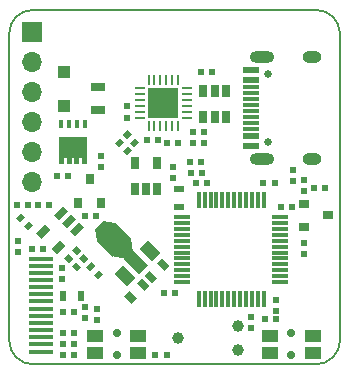
<source format=gts>
G04 #@! TF.GenerationSoftware,KiCad,Pcbnew,5.1.5-52549c5~84~ubuntu19.10.1*
G04 #@! TF.CreationDate,2020-03-01T18:45:08+01:00*
G04 #@! TF.ProjectId,C245,43323435-2e6b-4696-9361-645f70636258,rev?*
G04 #@! TF.SameCoordinates,Original*
G04 #@! TF.FileFunction,Soldermask,Top*
G04 #@! TF.FilePolarity,Negative*
%FSLAX46Y46*%
G04 Gerber Fmt 4.6, Leading zero omitted, Abs format (unit mm)*
G04 Created by KiCad (PCBNEW 5.1.5-52549c5~84~ubuntu19.10.1) date 2020-03-01 18:45:08*
%MOMM*%
%LPD*%
G04 APERTURE LIST*
%ADD10C,0.150000*%
%ADD11R,0.250000X0.825000*%
%ADD12R,0.825000X0.250000*%
%ADD13R,2.650000X2.650000*%
%ADD14O,1.700000X1.700000*%
%ADD15R,1.700000X1.700000*%
%ADD16R,0.600000X0.900000*%
%ADD17C,0.985520*%
%ADD18C,0.988060*%
%ADD19C,0.700000*%
%ADD20R,1.400000X1.050000*%
%ADD21R,1.475000X0.300000*%
%ADD22R,0.300000X1.475000*%
%ADD23R,0.500000X0.600000*%
%ADD24R,0.600000X0.500000*%
%ADD25R,1.300000X0.700000*%
%ADD26C,0.100000*%
%ADD27R,0.900000X0.600000*%
%ADD28R,0.650000X1.060000*%
%ADD29R,0.900000X0.800000*%
%ADD30R,0.420000X0.700000*%
%ADD31R,0.800000X0.900000*%
%ADD32R,2.000000X0.320000*%
%ADD33R,1.450000X0.600000*%
%ADD34O,2.100000X1.000000*%
%ADD35O,1.600000X1.000000*%
%ADD36C,0.650000*%
%ADD37R,1.450000X0.300000*%
%ADD38R,1.100000X1.100000*%
G04 APERTURE END LIST*
D10*
X88000000Y-120000001D02*
G75*
G02X85999999Y-118000000I0J2000001D01*
G01*
X114000001Y-118000000D02*
G75*
G02X112000000Y-120000001I-2000001J0D01*
G01*
X112000000Y-89999999D02*
G75*
G02X114000001Y-92000000I0J-2000001D01*
G01*
X86000000Y-92000000D02*
G75*
G02X88000000Y-90000000I2000000J0D01*
G01*
X86000000Y-92000000D02*
X85999999Y-118000000D01*
X112000000Y-90000000D02*
X88000000Y-90000000D01*
X114000000Y-118000000D02*
X114000000Y-92000000D01*
X88000000Y-120000001D02*
X112000000Y-120000001D01*
D11*
X100300000Y-99862500D03*
X99800000Y-99862500D03*
X99300000Y-99862500D03*
X98800000Y-99862500D03*
X98300000Y-99862500D03*
X97800000Y-99862500D03*
D12*
X97087500Y-99150000D03*
X97087500Y-98650000D03*
X97087500Y-98150000D03*
X97087500Y-97650000D03*
X97087500Y-97150000D03*
X97087500Y-96650000D03*
D11*
X97800000Y-95937500D03*
X98300000Y-95937500D03*
X98800000Y-95937500D03*
X99300000Y-95937500D03*
X99800000Y-95937500D03*
X100300000Y-95937500D03*
D12*
X101012500Y-96650000D03*
X101012500Y-97150000D03*
X101012500Y-97650000D03*
X101012500Y-98150000D03*
X101012500Y-98650000D03*
X101012500Y-99150000D03*
D13*
X99050000Y-97900000D03*
D14*
X87900000Y-104600000D03*
X87900000Y-102060000D03*
X87900000Y-99520000D03*
X87900000Y-96980000D03*
X87900000Y-94440000D03*
D15*
X87900000Y-91900000D03*
D16*
X90550000Y-114200000D03*
X92050000Y-114200000D03*
D17*
X105340000Y-116784000D03*
X105340000Y-118816000D03*
D18*
X100260000Y-117800000D03*
D19*
X95100000Y-119200000D03*
X95100000Y-117400000D03*
D20*
X93300000Y-119020000D03*
X96900000Y-119020000D03*
X93300000Y-117580000D03*
X96900000Y-117580000D03*
D19*
X109900000Y-119200000D03*
X109900000Y-117400000D03*
D20*
X108100000Y-119020000D03*
X111700000Y-119020000D03*
X108100000Y-117580000D03*
X111700000Y-117580000D03*
D21*
X100637500Y-113050000D03*
X100637500Y-112550000D03*
X100637500Y-112050000D03*
X100637500Y-111550000D03*
X100637500Y-111050000D03*
X100637500Y-110550000D03*
X100637500Y-110050000D03*
X100637500Y-109550000D03*
X100637500Y-109050000D03*
X100637500Y-108550000D03*
X100637500Y-108050000D03*
X100637500Y-107550000D03*
D22*
X102050000Y-106137500D03*
X102550000Y-106137500D03*
X103050000Y-106137500D03*
X103550000Y-106137500D03*
X104050000Y-106137500D03*
X104550000Y-106137500D03*
X105050000Y-106137500D03*
X105550000Y-106137500D03*
X106050000Y-106137500D03*
X106550000Y-106137500D03*
X107050000Y-106137500D03*
X107550000Y-106137500D03*
D21*
X108962500Y-107550000D03*
X108962500Y-108050000D03*
X108962500Y-108550000D03*
X108962500Y-109050000D03*
X108962500Y-109550000D03*
X108962500Y-110050000D03*
X108962500Y-110550000D03*
X108962500Y-111050000D03*
X108962500Y-111550000D03*
X108962500Y-112050000D03*
X108962500Y-112550000D03*
X108962500Y-113050000D03*
D22*
X107550000Y-114462500D03*
X107050000Y-114462500D03*
X106550000Y-114462500D03*
X106050000Y-114462500D03*
X105550000Y-114462500D03*
X105050000Y-114462500D03*
X104550000Y-114462500D03*
X104050000Y-114462500D03*
X103550000Y-114462500D03*
X103050000Y-114462500D03*
X102550000Y-114462500D03*
X102050000Y-114462500D03*
D23*
X91470000Y-115600000D03*
X90530000Y-115600000D03*
D24*
X96000000Y-98180000D03*
X96000000Y-99120000D03*
D25*
X93550000Y-98450000D03*
X93550000Y-96550000D03*
D26*
G36*
X95706569Y-101182305D02*
G01*
X95282305Y-101606569D01*
X94928751Y-101253015D01*
X95353015Y-100828751D01*
X95706569Y-101182305D01*
G37*
G36*
X96371249Y-101846985D02*
G01*
X95946985Y-102271249D01*
X95593431Y-101917695D01*
X96017695Y-101493431D01*
X96371249Y-101846985D01*
G37*
G36*
X96243431Y-101267695D02*
G01*
X96667695Y-100843431D01*
X97021249Y-101196985D01*
X96596985Y-101621249D01*
X96243431Y-101267695D01*
G37*
G36*
X95578751Y-100603015D02*
G01*
X96003015Y-100178751D01*
X96356569Y-100532305D01*
X95932305Y-100956569D01*
X95578751Y-100603015D01*
G37*
D23*
X90080000Y-104050000D03*
X91020000Y-104050000D03*
D24*
X111000000Y-109730000D03*
X111000000Y-110670000D03*
D23*
X89370000Y-106500000D03*
X88430000Y-106500000D03*
D26*
G36*
X87243431Y-108267695D02*
G01*
X87667695Y-107843431D01*
X88021249Y-108196985D01*
X87596985Y-108621249D01*
X87243431Y-108267695D01*
G37*
G36*
X86578751Y-107603015D02*
G01*
X87003015Y-107178751D01*
X87356569Y-107532305D01*
X86932305Y-107956569D01*
X86578751Y-107603015D01*
G37*
G36*
X92367695Y-111456569D02*
G01*
X91943431Y-111032305D01*
X92296985Y-110678751D01*
X92721249Y-111103015D01*
X92367695Y-111456569D01*
G37*
G36*
X91703015Y-112121249D02*
G01*
X91278751Y-111696985D01*
X91632305Y-111343431D01*
X92056569Y-111767695D01*
X91703015Y-112121249D01*
G37*
G36*
X93193431Y-112417695D02*
G01*
X93617695Y-111993431D01*
X93971249Y-112346985D01*
X93546985Y-112771249D01*
X93193431Y-112417695D01*
G37*
G36*
X92528751Y-111753015D02*
G01*
X92953015Y-111328751D01*
X93306569Y-111682305D01*
X92882305Y-112106569D01*
X92528751Y-111753015D01*
G37*
D24*
X93400000Y-115330000D03*
X93400000Y-116270000D03*
X93800000Y-103270000D03*
X93800000Y-102330000D03*
D23*
X91470000Y-117400000D03*
X90530000Y-117400000D03*
D24*
X92400000Y-115130000D03*
X92400000Y-116070000D03*
D23*
X92430000Y-107450000D03*
X93370000Y-107450000D03*
D24*
X99900000Y-104220000D03*
X99900000Y-103280000D03*
D23*
X102230000Y-95300000D03*
X103170000Y-95300000D03*
X108470000Y-104650000D03*
X107530000Y-104650000D03*
X98380000Y-119250000D03*
X99320000Y-119250000D03*
X101380000Y-103800000D03*
X102320000Y-103800000D03*
X101280000Y-102900000D03*
X102220000Y-102900000D03*
D24*
X110950000Y-104430000D03*
X110950000Y-105370000D03*
X110000000Y-104470000D03*
X110000000Y-103530000D03*
D23*
X108570000Y-116200000D03*
X107630000Y-116200000D03*
X101530000Y-100300000D03*
X102470000Y-100300000D03*
X102520000Y-101250000D03*
X101580000Y-101250000D03*
X98570000Y-101050000D03*
X97630000Y-101050000D03*
X112770000Y-105100000D03*
X111830000Y-105100000D03*
X87570000Y-106500000D03*
X86630000Y-106500000D03*
D26*
G36*
X91767695Y-110756569D02*
G01*
X91343431Y-110332305D01*
X91696985Y-109978751D01*
X92121249Y-110403015D01*
X91767695Y-110756569D01*
G37*
G36*
X91103015Y-111421249D02*
G01*
X90678751Y-110996985D01*
X91032305Y-110643431D01*
X91456569Y-111067695D01*
X91103015Y-111421249D01*
G37*
D23*
X91470000Y-119200000D03*
X90530000Y-119200000D03*
D24*
X86750000Y-109530000D03*
X86750000Y-110470000D03*
D23*
X91470000Y-118300000D03*
X90530000Y-118300000D03*
D24*
X90500000Y-112770000D03*
X90500000Y-111830000D03*
D27*
X100350000Y-106650000D03*
X100350000Y-105150000D03*
D24*
X106500000Y-116970000D03*
X106500000Y-116030000D03*
D23*
X87930000Y-110250000D03*
X88870000Y-110250000D03*
X99380000Y-101300000D03*
X100320000Y-101300000D03*
X99130000Y-114000000D03*
X100070000Y-114000000D03*
X108980000Y-106650000D03*
X109920000Y-106650000D03*
D26*
G36*
X97863604Y-112100000D02*
G01*
X98500000Y-112736396D01*
X98075736Y-113160660D01*
X97439340Y-112524264D01*
X97863604Y-112100000D01*
G37*
G36*
X98924264Y-111039340D02*
G01*
X99560660Y-111675736D01*
X99136396Y-112100000D01*
X98500000Y-111463604D01*
X98924264Y-111039340D01*
G37*
D23*
X102720000Y-104650000D03*
X101780000Y-104650000D03*
D24*
X108550000Y-115520000D03*
X108550000Y-114580000D03*
D26*
G36*
X97436396Y-113800000D02*
G01*
X96800000Y-113163604D01*
X97224264Y-112739340D01*
X97860660Y-113375736D01*
X97436396Y-113800000D01*
G37*
G36*
X96375736Y-114860660D02*
G01*
X95739340Y-114224264D01*
X96163604Y-113800000D01*
X96800000Y-114436396D01*
X96375736Y-114860660D01*
G37*
D28*
X96650000Y-103000000D03*
X98550000Y-103000000D03*
X98550000Y-105200000D03*
X97600000Y-105200000D03*
X96650000Y-105200000D03*
D29*
X113000000Y-107400000D03*
X111000000Y-108350000D03*
X111000000Y-106450000D03*
D26*
G36*
X90332825Y-109494562D02*
G01*
X90792444Y-109954181D01*
X90042911Y-110703714D01*
X89583292Y-110244095D01*
X90332825Y-109494562D01*
G37*
G36*
X88989322Y-108151059D02*
G01*
X89448941Y-108610678D01*
X88699408Y-109360211D01*
X88239789Y-108900592D01*
X88989322Y-108151059D01*
G37*
G36*
X90544957Y-106595424D02*
G01*
X91004576Y-107055043D01*
X90255043Y-107804576D01*
X89795424Y-107344957D01*
X90544957Y-106595424D01*
G37*
G36*
X91216708Y-107267176D02*
G01*
X91676327Y-107726795D01*
X90926794Y-108476328D01*
X90467175Y-108016709D01*
X91216708Y-107267176D01*
G37*
G36*
X91888460Y-107938927D02*
G01*
X92348079Y-108398546D01*
X91598546Y-109148079D01*
X91138927Y-108688460D01*
X91888460Y-107938927D01*
G37*
G36*
X96278146Y-109322511D02*
G01*
X96490278Y-110524593D01*
X95924593Y-111090278D01*
X94722511Y-110878146D01*
X96278146Y-109322511D01*
G37*
G36*
X94729794Y-110885429D02*
G01*
X93428717Y-109584352D01*
X94984352Y-108028717D01*
X96285429Y-109329794D01*
X94729794Y-110885429D01*
G37*
G36*
X98083955Y-111269741D02*
G01*
X97023295Y-110209081D01*
X97730401Y-109501975D01*
X98791061Y-110562635D01*
X98083955Y-111269741D01*
G37*
G36*
X97025770Y-112332876D02*
G01*
X95752978Y-111060084D01*
X96460084Y-110352978D01*
X97732876Y-111625770D01*
X97025770Y-112332876D01*
G37*
G36*
X95962635Y-113391061D02*
G01*
X94901975Y-112330401D01*
X95609081Y-111623295D01*
X96669741Y-112683955D01*
X95962635Y-113391061D01*
G37*
G36*
X93436849Y-109592484D02*
G01*
X93260072Y-108567179D01*
X93967179Y-107860072D01*
X94992484Y-108036849D01*
X93436849Y-109592484D01*
G37*
D28*
X103400000Y-99100000D03*
X104350000Y-99100000D03*
X102450000Y-99100000D03*
X102450000Y-96900000D03*
X103400000Y-96900000D03*
X104350000Y-96900000D03*
D30*
X92375000Y-99700000D03*
X91075000Y-99700000D03*
X91725000Y-99700000D03*
X90425000Y-99700000D03*
D26*
G36*
X92165000Y-103050000D02*
G01*
X92165000Y-102510000D01*
X91935000Y-102510000D01*
X91935000Y-103050000D01*
X91515000Y-103050000D01*
X91515000Y-102510000D01*
X91285000Y-102510000D01*
X91285000Y-103050000D01*
X90865000Y-103050000D01*
X90865000Y-102510000D01*
X90635000Y-102510000D01*
X90635000Y-103050000D01*
X90215000Y-103050000D01*
X90215000Y-100800000D01*
X92585000Y-100800000D01*
X92585000Y-103050000D01*
X92165000Y-103050000D01*
G37*
D31*
X92800000Y-104350000D03*
X93750000Y-106350000D03*
X91850000Y-106350000D03*
D32*
X88700000Y-111050776D03*
X88700000Y-111656929D03*
X88700000Y-112263082D03*
X88700000Y-112869235D03*
X88700000Y-113475388D03*
X88700000Y-114081541D03*
X88700000Y-114687694D03*
X88700000Y-115293847D03*
X88700000Y-115900000D03*
X88700000Y-116506153D03*
X88700000Y-117112306D03*
X88700000Y-117718459D03*
X88700000Y-118324612D03*
X88700000Y-118930776D03*
D33*
X106500000Y-100700000D03*
X106500000Y-95900000D03*
X106500000Y-95100000D03*
X106500000Y-101500000D03*
D34*
X107415000Y-102620000D03*
X107415000Y-93980000D03*
D35*
X111595000Y-102620000D03*
X111595000Y-93980000D03*
D36*
X107945000Y-95410000D03*
X107945000Y-101190000D03*
D33*
X106500000Y-95100000D03*
X106500000Y-95900000D03*
D37*
X106500000Y-96550000D03*
X106500000Y-97050000D03*
X106500000Y-97550000D03*
X106500000Y-98050000D03*
X106500000Y-98550000D03*
X106500000Y-99050000D03*
X106500000Y-99550000D03*
X106500000Y-100050000D03*
D33*
X106500000Y-100700000D03*
X106500000Y-101500000D03*
D38*
X90600000Y-95300000D03*
X90600000Y-98100000D03*
M02*

</source>
